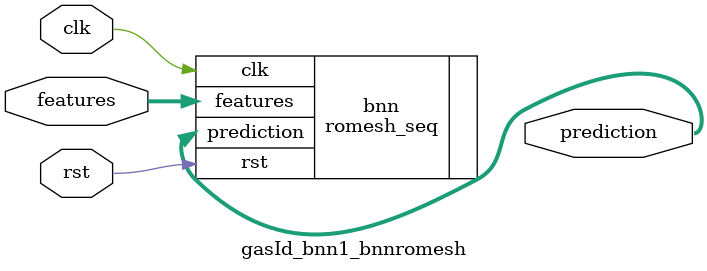
<source format=v>













module gasId_bnn1_bnnromesh #(

parameter FEAT_CNT = 128,
parameter HIDDEN_CNT = 40,
parameter FEAT_BITS = 4,
parameter CLASS_CNT = 6,
parameter TEST_CNT = 1000


  ) (
  input clk,
  input rst,
  input [FEAT_CNT*FEAT_BITS-1:0] features,
  output [$clog2(CLASS_CNT)-1:0] prediction
  );

  localparam Weights0 = 5120'b01111111110011111101000001110011011111101111111111000000001000000110100000111101000110100111101000001110100011101110001000010100010110010011101011011101010111111011100011001000000111111110010001011100101111000100111110101100001100111011010111000000010000100001111111011111001110001011000001101110111111111011111111111111000111000101001111110010000010101010101011011000001111111001110100111000001100111101011110011011101010011010011100101111100010100100001011100010000100111101001011011010101000000111000100010001011001100010000100000000110000010000010000010110111111011111110100000000110000111111000011110011100101101100001101011111101001011001100010011100010111111001101011110100111110000110101011000010100111100101111010011111011011001001101010010100110000000110000010010010000000001010000101000011001100110110001101000000100110111010011010000000111100000011001010100001111010100101111111111110001000010100010101100101010000011100000110000001111100000111000110100001000000110000000111110011010001011100110100011111101001101101101001101101110110001101110100101111110001001111111111111101001100111111101100001010110110101111000010111001100111110101111110100000101000011100011100000111010000100100010001100000001000000110001000000110000101011010010111101111101011111001000001100010011000001110000000011111010111010010000001100001101111110101111100011111001100111110111101001100001100011011000110011101110111110110000100100001000000010110001011000010001000011100000011110100011000011000000000010011111000111000011110010101110110111001001010011111110111110000100001011000100110110000111100011111101111110111111100111110001000101010101011111011110010101111111111011111100111000111110000111100100111001101100000100000001011111111111111010100110010101110110001101110000110001011010010001100110111110110000101100000111010100010101001110001000000001010111011001111110111100100001001010110000101100110100001010000101011110011111100111110000111111111001000011000110110001101111011111011100000010111100000011010011010001100101100101010101111111010000000111110000111011010111110011101100110000010100101101001101111111101110111011111110100011100110111001111100100001000000101110011100011011011010010000101000110101010101010111111000001101011111010111011100000010111101001101010110111100100001011110101011110011001001000100000001001100010011001101111000101101000010001000010001000101010100110001011111101111011011100001111011001100000100011000001001110100101101001011110001111100111111011101010111000100000000000111110111111101100100101001001100111101000111100100000101100101100101011011111011100000001110011001011011110111110010001000000000011100110100100111011011110000111111110100111101100010010001000000011000001100110001011001100000111101110011011000000111000100001001111001011111101111101010000101110110101100010100011011100110001010000000001101111111011111101000001000000101010101110001000010111001000011000011111110101001101010100010101001000000000011100000011000001000000100010001110011101110101000010000001000000001000010110001011000110110101001010111011001111111110100111010000000001111000001100010101000000111001010010010110100111011111111001010010100111100000100011011101110000001000000101111111011111110101000010010001001101000011011000010100100000101111111101111111100011010101110000110001011101100100011110000111111101101011010010000000000100101011001100111101100000111000001100101111001110101000101010001001000100010101111011000000010000101011000010100110100111010101111100000000000010000101010010111111100010001000101111101111001100111100110100010000101011101001100100110000100000101000010011000101000011111000101001111110000001100001000010001010011010110001011101010010110111100011110000011011100000110001000001011101100111101000001110000001010111110101110110000100111111110000010010000101110000101100100100111010001110011111010000010101011111011111010001110111011111010011110101110110010111001100000111110110101100101010000001111101001111000111110011001100010011110100000010101101000011100000111010111111001111000000000010000001111101110010011101000011110010010011101101111110010000110000001000001111100110001000011100000110001101001101111010000010100000110000110100011100110110011100111100110110000111010111111001110011111100011011010001100011011100110000100000110101111111111111011001001001011101010010101010100000010010101000101010001101001111011000011010010110000111001000010100111100100111000100000011010011100011010001000011000101110111011101010111011101010111011000010001100101011011111111010001110100011000111000001011111111111111000111100011001011111100010011010011000011110100110111110011111110000110001111111111110100010111011001110101111110100001111100001011001010011011110110111001110100111111101011110110001110000000110010110110110110100000111000001010011000001111001000011000010111000101000011111110001011100000000011110001111101010111110000011011100011111000010111111001111100001110011110110000000001000000010011010111101110011010101010000111111111111111000000000010011011010101101000001111111110011011111000010110000111011111000111110000011001101011000011111001111001010001111000000101111100111011 ;
  localparam Weights1 = 240'b001101100010110011101111111110000101100100111011101110001100100011010110111110010011010000101000111011101111100011011101110101110110000001111111010010111010101110110110000010000111110101011111100011100111010010101100110110001100101001011011 ;

  romesh_seq #(.FEAT_CNT(FEAT_CNT),.FEAT_BITS(FEAT_BITS),.HIDDEN_CNT(HIDDEN_CNT),.CLASS_CNT(CLASS_CNT),.Weights0(Weights0),.Weights1(Weights1)) bnn (
    .clk(clk),
    .rst(rst),
    .features(features),
    .prediction(prediction)
  );

endmodule

</source>
